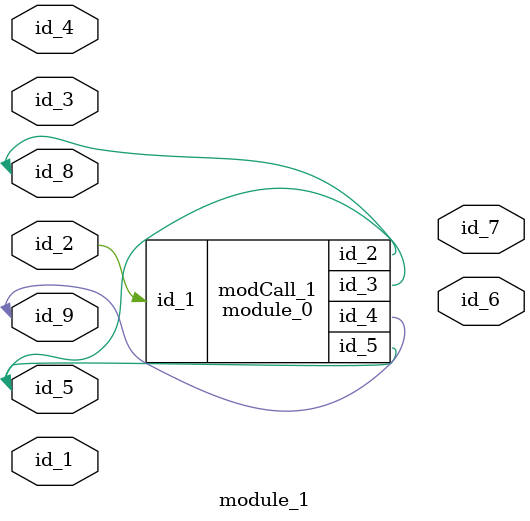
<source format=v>
module module_0 (
    id_1,
    id_2,
    id_3,
    id_4,
    id_5
);
  output wire id_5;
  inout wire id_4;
  inout wire id_3;
  inout wire id_2;
  input wire id_1;
  wire id_6;
endmodule
module module_1 (
    id_1,
    id_2,
    id_3,
    id_4,
    id_5,
    id_6,
    id_7,
    id_8,
    id_9
);
  inout wire id_9;
  inout wire id_8;
  output wire id_7;
  output wire id_6;
  inout wire id_5;
  inout wire id_4;
  inout wire id_3;
  input wire id_2;
  input wire id_1;
  parameter id_10 = 1;
  module_0 modCall_1 (
      id_2,
      id_8,
      id_5,
      id_9,
      id_5
  );
endmodule

</source>
